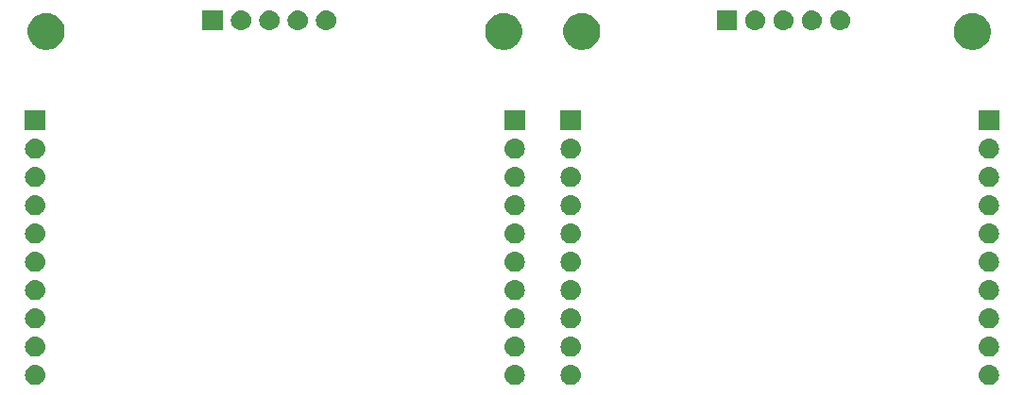
<source format=gbs>
G04 #@! TF.GenerationSoftware,KiCad,Pcbnew,(5.1.2)-1*
G04 #@! TF.CreationDate,2025-05-14T22:38:20+09:00*
G04 #@! TF.ProjectId,ShiftRegRemoteIO,53686966-7452-4656-9752-656d6f746549,v1.2*
G04 #@! TF.SameCoordinates,Original*
G04 #@! TF.FileFunction,Soldermask,Bot*
G04 #@! TF.FilePolarity,Negative*
%FSLAX46Y46*%
G04 Gerber Fmt 4.6, Leading zero omitted, Abs format (unit mm)*
G04 Created by KiCad (PCBNEW (5.1.2)-1) date 2025-05-14 22:38:20*
%MOMM*%
%LPD*%
G04 APERTURE LIST*
%ADD10C,0.100000*%
G04 APERTURE END LIST*
D10*
G36*
X143110442Y-124965518D02*
G01*
X143176627Y-124972037D01*
X143346466Y-125023557D01*
X143502991Y-125107222D01*
X143538729Y-125136552D01*
X143640186Y-125219814D01*
X143723448Y-125321271D01*
X143752778Y-125357009D01*
X143836443Y-125513534D01*
X143887963Y-125683373D01*
X143905359Y-125860000D01*
X143887963Y-126036627D01*
X143836443Y-126206466D01*
X143752778Y-126362991D01*
X143723448Y-126398729D01*
X143640186Y-126500186D01*
X143538729Y-126583448D01*
X143502991Y-126612778D01*
X143346466Y-126696443D01*
X143176627Y-126747963D01*
X143110443Y-126754481D01*
X143044260Y-126761000D01*
X142955740Y-126761000D01*
X142889557Y-126754481D01*
X142823373Y-126747963D01*
X142653534Y-126696443D01*
X142497009Y-126612778D01*
X142461271Y-126583448D01*
X142359814Y-126500186D01*
X142276552Y-126398729D01*
X142247222Y-126362991D01*
X142163557Y-126206466D01*
X142112037Y-126036627D01*
X142094641Y-125860000D01*
X142112037Y-125683373D01*
X142163557Y-125513534D01*
X142247222Y-125357009D01*
X142276552Y-125321271D01*
X142359814Y-125219814D01*
X142461271Y-125136552D01*
X142497009Y-125107222D01*
X142653534Y-125023557D01*
X142823373Y-124972037D01*
X142889558Y-124965518D01*
X142955740Y-124959000D01*
X143044260Y-124959000D01*
X143110442Y-124965518D01*
X143110442Y-124965518D01*
G37*
G36*
X100110442Y-124965518D02*
G01*
X100176627Y-124972037D01*
X100346466Y-125023557D01*
X100502991Y-125107222D01*
X100538729Y-125136552D01*
X100640186Y-125219814D01*
X100723448Y-125321271D01*
X100752778Y-125357009D01*
X100836443Y-125513534D01*
X100887963Y-125683373D01*
X100905359Y-125860000D01*
X100887963Y-126036627D01*
X100836443Y-126206466D01*
X100752778Y-126362991D01*
X100723448Y-126398729D01*
X100640186Y-126500186D01*
X100538729Y-126583448D01*
X100502991Y-126612778D01*
X100346466Y-126696443D01*
X100176627Y-126747963D01*
X100110443Y-126754481D01*
X100044260Y-126761000D01*
X99955740Y-126761000D01*
X99889557Y-126754481D01*
X99823373Y-126747963D01*
X99653534Y-126696443D01*
X99497009Y-126612778D01*
X99461271Y-126583448D01*
X99359814Y-126500186D01*
X99276552Y-126398729D01*
X99247222Y-126362991D01*
X99163557Y-126206466D01*
X99112037Y-126036627D01*
X99094641Y-125860000D01*
X99112037Y-125683373D01*
X99163557Y-125513534D01*
X99247222Y-125357009D01*
X99276552Y-125321271D01*
X99359814Y-125219814D01*
X99461271Y-125136552D01*
X99497009Y-125107222D01*
X99653534Y-125023557D01*
X99823373Y-124972037D01*
X99889558Y-124965518D01*
X99955740Y-124959000D01*
X100044260Y-124959000D01*
X100110442Y-124965518D01*
X100110442Y-124965518D01*
G37*
G36*
X185610442Y-124965518D02*
G01*
X185676627Y-124972037D01*
X185846466Y-125023557D01*
X186002991Y-125107222D01*
X186038729Y-125136552D01*
X186140186Y-125219814D01*
X186223448Y-125321271D01*
X186252778Y-125357009D01*
X186336443Y-125513534D01*
X186387963Y-125683373D01*
X186405359Y-125860000D01*
X186387963Y-126036627D01*
X186336443Y-126206466D01*
X186252778Y-126362991D01*
X186223448Y-126398729D01*
X186140186Y-126500186D01*
X186038729Y-126583448D01*
X186002991Y-126612778D01*
X185846466Y-126696443D01*
X185676627Y-126747963D01*
X185610443Y-126754481D01*
X185544260Y-126761000D01*
X185455740Y-126761000D01*
X185389557Y-126754481D01*
X185323373Y-126747963D01*
X185153534Y-126696443D01*
X184997009Y-126612778D01*
X184961271Y-126583448D01*
X184859814Y-126500186D01*
X184776552Y-126398729D01*
X184747222Y-126362991D01*
X184663557Y-126206466D01*
X184612037Y-126036627D01*
X184594641Y-125860000D01*
X184612037Y-125683373D01*
X184663557Y-125513534D01*
X184747222Y-125357009D01*
X184776552Y-125321271D01*
X184859814Y-125219814D01*
X184961271Y-125136552D01*
X184997009Y-125107222D01*
X185153534Y-125023557D01*
X185323373Y-124972037D01*
X185389558Y-124965518D01*
X185455740Y-124959000D01*
X185544260Y-124959000D01*
X185610442Y-124965518D01*
X185610442Y-124965518D01*
G37*
G36*
X148110442Y-124965518D02*
G01*
X148176627Y-124972037D01*
X148346466Y-125023557D01*
X148502991Y-125107222D01*
X148538729Y-125136552D01*
X148640186Y-125219814D01*
X148723448Y-125321271D01*
X148752778Y-125357009D01*
X148836443Y-125513534D01*
X148887963Y-125683373D01*
X148905359Y-125860000D01*
X148887963Y-126036627D01*
X148836443Y-126206466D01*
X148752778Y-126362991D01*
X148723448Y-126398729D01*
X148640186Y-126500186D01*
X148538729Y-126583448D01*
X148502991Y-126612778D01*
X148346466Y-126696443D01*
X148176627Y-126747963D01*
X148110443Y-126754481D01*
X148044260Y-126761000D01*
X147955740Y-126761000D01*
X147889557Y-126754481D01*
X147823373Y-126747963D01*
X147653534Y-126696443D01*
X147497009Y-126612778D01*
X147461271Y-126583448D01*
X147359814Y-126500186D01*
X147276552Y-126398729D01*
X147247222Y-126362991D01*
X147163557Y-126206466D01*
X147112037Y-126036627D01*
X147094641Y-125860000D01*
X147112037Y-125683373D01*
X147163557Y-125513534D01*
X147247222Y-125357009D01*
X147276552Y-125321271D01*
X147359814Y-125219814D01*
X147461271Y-125136552D01*
X147497009Y-125107222D01*
X147653534Y-125023557D01*
X147823373Y-124972037D01*
X147889558Y-124965518D01*
X147955740Y-124959000D01*
X148044260Y-124959000D01*
X148110442Y-124965518D01*
X148110442Y-124965518D01*
G37*
G36*
X185610442Y-122425518D02*
G01*
X185676627Y-122432037D01*
X185846466Y-122483557D01*
X186002991Y-122567222D01*
X186038729Y-122596552D01*
X186140186Y-122679814D01*
X186223448Y-122781271D01*
X186252778Y-122817009D01*
X186336443Y-122973534D01*
X186387963Y-123143373D01*
X186405359Y-123320000D01*
X186387963Y-123496627D01*
X186336443Y-123666466D01*
X186252778Y-123822991D01*
X186223448Y-123858729D01*
X186140186Y-123960186D01*
X186038729Y-124043448D01*
X186002991Y-124072778D01*
X185846466Y-124156443D01*
X185676627Y-124207963D01*
X185610442Y-124214482D01*
X185544260Y-124221000D01*
X185455740Y-124221000D01*
X185389558Y-124214482D01*
X185323373Y-124207963D01*
X185153534Y-124156443D01*
X184997009Y-124072778D01*
X184961271Y-124043448D01*
X184859814Y-123960186D01*
X184776552Y-123858729D01*
X184747222Y-123822991D01*
X184663557Y-123666466D01*
X184612037Y-123496627D01*
X184594641Y-123320000D01*
X184612037Y-123143373D01*
X184663557Y-122973534D01*
X184747222Y-122817009D01*
X184776552Y-122781271D01*
X184859814Y-122679814D01*
X184961271Y-122596552D01*
X184997009Y-122567222D01*
X185153534Y-122483557D01*
X185323373Y-122432037D01*
X185389558Y-122425518D01*
X185455740Y-122419000D01*
X185544260Y-122419000D01*
X185610442Y-122425518D01*
X185610442Y-122425518D01*
G37*
G36*
X100110442Y-122425518D02*
G01*
X100176627Y-122432037D01*
X100346466Y-122483557D01*
X100502991Y-122567222D01*
X100538729Y-122596552D01*
X100640186Y-122679814D01*
X100723448Y-122781271D01*
X100752778Y-122817009D01*
X100836443Y-122973534D01*
X100887963Y-123143373D01*
X100905359Y-123320000D01*
X100887963Y-123496627D01*
X100836443Y-123666466D01*
X100752778Y-123822991D01*
X100723448Y-123858729D01*
X100640186Y-123960186D01*
X100538729Y-124043448D01*
X100502991Y-124072778D01*
X100346466Y-124156443D01*
X100176627Y-124207963D01*
X100110442Y-124214482D01*
X100044260Y-124221000D01*
X99955740Y-124221000D01*
X99889558Y-124214482D01*
X99823373Y-124207963D01*
X99653534Y-124156443D01*
X99497009Y-124072778D01*
X99461271Y-124043448D01*
X99359814Y-123960186D01*
X99276552Y-123858729D01*
X99247222Y-123822991D01*
X99163557Y-123666466D01*
X99112037Y-123496627D01*
X99094641Y-123320000D01*
X99112037Y-123143373D01*
X99163557Y-122973534D01*
X99247222Y-122817009D01*
X99276552Y-122781271D01*
X99359814Y-122679814D01*
X99461271Y-122596552D01*
X99497009Y-122567222D01*
X99653534Y-122483557D01*
X99823373Y-122432037D01*
X99889558Y-122425518D01*
X99955740Y-122419000D01*
X100044260Y-122419000D01*
X100110442Y-122425518D01*
X100110442Y-122425518D01*
G37*
G36*
X143110442Y-122425518D02*
G01*
X143176627Y-122432037D01*
X143346466Y-122483557D01*
X143502991Y-122567222D01*
X143538729Y-122596552D01*
X143640186Y-122679814D01*
X143723448Y-122781271D01*
X143752778Y-122817009D01*
X143836443Y-122973534D01*
X143887963Y-123143373D01*
X143905359Y-123320000D01*
X143887963Y-123496627D01*
X143836443Y-123666466D01*
X143752778Y-123822991D01*
X143723448Y-123858729D01*
X143640186Y-123960186D01*
X143538729Y-124043448D01*
X143502991Y-124072778D01*
X143346466Y-124156443D01*
X143176627Y-124207963D01*
X143110442Y-124214482D01*
X143044260Y-124221000D01*
X142955740Y-124221000D01*
X142889558Y-124214482D01*
X142823373Y-124207963D01*
X142653534Y-124156443D01*
X142497009Y-124072778D01*
X142461271Y-124043448D01*
X142359814Y-123960186D01*
X142276552Y-123858729D01*
X142247222Y-123822991D01*
X142163557Y-123666466D01*
X142112037Y-123496627D01*
X142094641Y-123320000D01*
X142112037Y-123143373D01*
X142163557Y-122973534D01*
X142247222Y-122817009D01*
X142276552Y-122781271D01*
X142359814Y-122679814D01*
X142461271Y-122596552D01*
X142497009Y-122567222D01*
X142653534Y-122483557D01*
X142823373Y-122432037D01*
X142889558Y-122425518D01*
X142955740Y-122419000D01*
X143044260Y-122419000D01*
X143110442Y-122425518D01*
X143110442Y-122425518D01*
G37*
G36*
X148110442Y-122425518D02*
G01*
X148176627Y-122432037D01*
X148346466Y-122483557D01*
X148502991Y-122567222D01*
X148538729Y-122596552D01*
X148640186Y-122679814D01*
X148723448Y-122781271D01*
X148752778Y-122817009D01*
X148836443Y-122973534D01*
X148887963Y-123143373D01*
X148905359Y-123320000D01*
X148887963Y-123496627D01*
X148836443Y-123666466D01*
X148752778Y-123822991D01*
X148723448Y-123858729D01*
X148640186Y-123960186D01*
X148538729Y-124043448D01*
X148502991Y-124072778D01*
X148346466Y-124156443D01*
X148176627Y-124207963D01*
X148110442Y-124214482D01*
X148044260Y-124221000D01*
X147955740Y-124221000D01*
X147889558Y-124214482D01*
X147823373Y-124207963D01*
X147653534Y-124156443D01*
X147497009Y-124072778D01*
X147461271Y-124043448D01*
X147359814Y-123960186D01*
X147276552Y-123858729D01*
X147247222Y-123822991D01*
X147163557Y-123666466D01*
X147112037Y-123496627D01*
X147094641Y-123320000D01*
X147112037Y-123143373D01*
X147163557Y-122973534D01*
X147247222Y-122817009D01*
X147276552Y-122781271D01*
X147359814Y-122679814D01*
X147461271Y-122596552D01*
X147497009Y-122567222D01*
X147653534Y-122483557D01*
X147823373Y-122432037D01*
X147889558Y-122425518D01*
X147955740Y-122419000D01*
X148044260Y-122419000D01*
X148110442Y-122425518D01*
X148110442Y-122425518D01*
G37*
G36*
X100110443Y-119885519D02*
G01*
X100176627Y-119892037D01*
X100346466Y-119943557D01*
X100502991Y-120027222D01*
X100538729Y-120056552D01*
X100640186Y-120139814D01*
X100723448Y-120241271D01*
X100752778Y-120277009D01*
X100836443Y-120433534D01*
X100887963Y-120603373D01*
X100905359Y-120780000D01*
X100887963Y-120956627D01*
X100836443Y-121126466D01*
X100752778Y-121282991D01*
X100723448Y-121318729D01*
X100640186Y-121420186D01*
X100538729Y-121503448D01*
X100502991Y-121532778D01*
X100346466Y-121616443D01*
X100176627Y-121667963D01*
X100110442Y-121674482D01*
X100044260Y-121681000D01*
X99955740Y-121681000D01*
X99889558Y-121674482D01*
X99823373Y-121667963D01*
X99653534Y-121616443D01*
X99497009Y-121532778D01*
X99461271Y-121503448D01*
X99359814Y-121420186D01*
X99276552Y-121318729D01*
X99247222Y-121282991D01*
X99163557Y-121126466D01*
X99112037Y-120956627D01*
X99094641Y-120780000D01*
X99112037Y-120603373D01*
X99163557Y-120433534D01*
X99247222Y-120277009D01*
X99276552Y-120241271D01*
X99359814Y-120139814D01*
X99461271Y-120056552D01*
X99497009Y-120027222D01*
X99653534Y-119943557D01*
X99823373Y-119892037D01*
X99889557Y-119885519D01*
X99955740Y-119879000D01*
X100044260Y-119879000D01*
X100110443Y-119885519D01*
X100110443Y-119885519D01*
G37*
G36*
X143110443Y-119885519D02*
G01*
X143176627Y-119892037D01*
X143346466Y-119943557D01*
X143502991Y-120027222D01*
X143538729Y-120056552D01*
X143640186Y-120139814D01*
X143723448Y-120241271D01*
X143752778Y-120277009D01*
X143836443Y-120433534D01*
X143887963Y-120603373D01*
X143905359Y-120780000D01*
X143887963Y-120956627D01*
X143836443Y-121126466D01*
X143752778Y-121282991D01*
X143723448Y-121318729D01*
X143640186Y-121420186D01*
X143538729Y-121503448D01*
X143502991Y-121532778D01*
X143346466Y-121616443D01*
X143176627Y-121667963D01*
X143110442Y-121674482D01*
X143044260Y-121681000D01*
X142955740Y-121681000D01*
X142889558Y-121674482D01*
X142823373Y-121667963D01*
X142653534Y-121616443D01*
X142497009Y-121532778D01*
X142461271Y-121503448D01*
X142359814Y-121420186D01*
X142276552Y-121318729D01*
X142247222Y-121282991D01*
X142163557Y-121126466D01*
X142112037Y-120956627D01*
X142094641Y-120780000D01*
X142112037Y-120603373D01*
X142163557Y-120433534D01*
X142247222Y-120277009D01*
X142276552Y-120241271D01*
X142359814Y-120139814D01*
X142461271Y-120056552D01*
X142497009Y-120027222D01*
X142653534Y-119943557D01*
X142823373Y-119892037D01*
X142889557Y-119885519D01*
X142955740Y-119879000D01*
X143044260Y-119879000D01*
X143110443Y-119885519D01*
X143110443Y-119885519D01*
G37*
G36*
X185610443Y-119885519D02*
G01*
X185676627Y-119892037D01*
X185846466Y-119943557D01*
X186002991Y-120027222D01*
X186038729Y-120056552D01*
X186140186Y-120139814D01*
X186223448Y-120241271D01*
X186252778Y-120277009D01*
X186336443Y-120433534D01*
X186387963Y-120603373D01*
X186405359Y-120780000D01*
X186387963Y-120956627D01*
X186336443Y-121126466D01*
X186252778Y-121282991D01*
X186223448Y-121318729D01*
X186140186Y-121420186D01*
X186038729Y-121503448D01*
X186002991Y-121532778D01*
X185846466Y-121616443D01*
X185676627Y-121667963D01*
X185610442Y-121674482D01*
X185544260Y-121681000D01*
X185455740Y-121681000D01*
X185389558Y-121674482D01*
X185323373Y-121667963D01*
X185153534Y-121616443D01*
X184997009Y-121532778D01*
X184961271Y-121503448D01*
X184859814Y-121420186D01*
X184776552Y-121318729D01*
X184747222Y-121282991D01*
X184663557Y-121126466D01*
X184612037Y-120956627D01*
X184594641Y-120780000D01*
X184612037Y-120603373D01*
X184663557Y-120433534D01*
X184747222Y-120277009D01*
X184776552Y-120241271D01*
X184859814Y-120139814D01*
X184961271Y-120056552D01*
X184997009Y-120027222D01*
X185153534Y-119943557D01*
X185323373Y-119892037D01*
X185389557Y-119885519D01*
X185455740Y-119879000D01*
X185544260Y-119879000D01*
X185610443Y-119885519D01*
X185610443Y-119885519D01*
G37*
G36*
X148110443Y-119885519D02*
G01*
X148176627Y-119892037D01*
X148346466Y-119943557D01*
X148502991Y-120027222D01*
X148538729Y-120056552D01*
X148640186Y-120139814D01*
X148723448Y-120241271D01*
X148752778Y-120277009D01*
X148836443Y-120433534D01*
X148887963Y-120603373D01*
X148905359Y-120780000D01*
X148887963Y-120956627D01*
X148836443Y-121126466D01*
X148752778Y-121282991D01*
X148723448Y-121318729D01*
X148640186Y-121420186D01*
X148538729Y-121503448D01*
X148502991Y-121532778D01*
X148346466Y-121616443D01*
X148176627Y-121667963D01*
X148110442Y-121674482D01*
X148044260Y-121681000D01*
X147955740Y-121681000D01*
X147889558Y-121674482D01*
X147823373Y-121667963D01*
X147653534Y-121616443D01*
X147497009Y-121532778D01*
X147461271Y-121503448D01*
X147359814Y-121420186D01*
X147276552Y-121318729D01*
X147247222Y-121282991D01*
X147163557Y-121126466D01*
X147112037Y-120956627D01*
X147094641Y-120780000D01*
X147112037Y-120603373D01*
X147163557Y-120433534D01*
X147247222Y-120277009D01*
X147276552Y-120241271D01*
X147359814Y-120139814D01*
X147461271Y-120056552D01*
X147497009Y-120027222D01*
X147653534Y-119943557D01*
X147823373Y-119892037D01*
X147889557Y-119885519D01*
X147955740Y-119879000D01*
X148044260Y-119879000D01*
X148110443Y-119885519D01*
X148110443Y-119885519D01*
G37*
G36*
X100110443Y-117345519D02*
G01*
X100176627Y-117352037D01*
X100346466Y-117403557D01*
X100502991Y-117487222D01*
X100538729Y-117516552D01*
X100640186Y-117599814D01*
X100723448Y-117701271D01*
X100752778Y-117737009D01*
X100836443Y-117893534D01*
X100887963Y-118063373D01*
X100905359Y-118240000D01*
X100887963Y-118416627D01*
X100836443Y-118586466D01*
X100752778Y-118742991D01*
X100723448Y-118778729D01*
X100640186Y-118880186D01*
X100538729Y-118963448D01*
X100502991Y-118992778D01*
X100346466Y-119076443D01*
X100176627Y-119127963D01*
X100110443Y-119134481D01*
X100044260Y-119141000D01*
X99955740Y-119141000D01*
X99889557Y-119134481D01*
X99823373Y-119127963D01*
X99653534Y-119076443D01*
X99497009Y-118992778D01*
X99461271Y-118963448D01*
X99359814Y-118880186D01*
X99276552Y-118778729D01*
X99247222Y-118742991D01*
X99163557Y-118586466D01*
X99112037Y-118416627D01*
X99094641Y-118240000D01*
X99112037Y-118063373D01*
X99163557Y-117893534D01*
X99247222Y-117737009D01*
X99276552Y-117701271D01*
X99359814Y-117599814D01*
X99461271Y-117516552D01*
X99497009Y-117487222D01*
X99653534Y-117403557D01*
X99823373Y-117352037D01*
X99889557Y-117345519D01*
X99955740Y-117339000D01*
X100044260Y-117339000D01*
X100110443Y-117345519D01*
X100110443Y-117345519D01*
G37*
G36*
X185610443Y-117345519D02*
G01*
X185676627Y-117352037D01*
X185846466Y-117403557D01*
X186002991Y-117487222D01*
X186038729Y-117516552D01*
X186140186Y-117599814D01*
X186223448Y-117701271D01*
X186252778Y-117737009D01*
X186336443Y-117893534D01*
X186387963Y-118063373D01*
X186405359Y-118240000D01*
X186387963Y-118416627D01*
X186336443Y-118586466D01*
X186252778Y-118742991D01*
X186223448Y-118778729D01*
X186140186Y-118880186D01*
X186038729Y-118963448D01*
X186002991Y-118992778D01*
X185846466Y-119076443D01*
X185676627Y-119127963D01*
X185610443Y-119134481D01*
X185544260Y-119141000D01*
X185455740Y-119141000D01*
X185389557Y-119134481D01*
X185323373Y-119127963D01*
X185153534Y-119076443D01*
X184997009Y-118992778D01*
X184961271Y-118963448D01*
X184859814Y-118880186D01*
X184776552Y-118778729D01*
X184747222Y-118742991D01*
X184663557Y-118586466D01*
X184612037Y-118416627D01*
X184594641Y-118240000D01*
X184612037Y-118063373D01*
X184663557Y-117893534D01*
X184747222Y-117737009D01*
X184776552Y-117701271D01*
X184859814Y-117599814D01*
X184961271Y-117516552D01*
X184997009Y-117487222D01*
X185153534Y-117403557D01*
X185323373Y-117352037D01*
X185389557Y-117345519D01*
X185455740Y-117339000D01*
X185544260Y-117339000D01*
X185610443Y-117345519D01*
X185610443Y-117345519D01*
G37*
G36*
X143110443Y-117345519D02*
G01*
X143176627Y-117352037D01*
X143346466Y-117403557D01*
X143502991Y-117487222D01*
X143538729Y-117516552D01*
X143640186Y-117599814D01*
X143723448Y-117701271D01*
X143752778Y-117737009D01*
X143836443Y-117893534D01*
X143887963Y-118063373D01*
X143905359Y-118240000D01*
X143887963Y-118416627D01*
X143836443Y-118586466D01*
X143752778Y-118742991D01*
X143723448Y-118778729D01*
X143640186Y-118880186D01*
X143538729Y-118963448D01*
X143502991Y-118992778D01*
X143346466Y-119076443D01*
X143176627Y-119127963D01*
X143110443Y-119134481D01*
X143044260Y-119141000D01*
X142955740Y-119141000D01*
X142889557Y-119134481D01*
X142823373Y-119127963D01*
X142653534Y-119076443D01*
X142497009Y-118992778D01*
X142461271Y-118963448D01*
X142359814Y-118880186D01*
X142276552Y-118778729D01*
X142247222Y-118742991D01*
X142163557Y-118586466D01*
X142112037Y-118416627D01*
X142094641Y-118240000D01*
X142112037Y-118063373D01*
X142163557Y-117893534D01*
X142247222Y-117737009D01*
X142276552Y-117701271D01*
X142359814Y-117599814D01*
X142461271Y-117516552D01*
X142497009Y-117487222D01*
X142653534Y-117403557D01*
X142823373Y-117352037D01*
X142889557Y-117345519D01*
X142955740Y-117339000D01*
X143044260Y-117339000D01*
X143110443Y-117345519D01*
X143110443Y-117345519D01*
G37*
G36*
X148110443Y-117345519D02*
G01*
X148176627Y-117352037D01*
X148346466Y-117403557D01*
X148502991Y-117487222D01*
X148538729Y-117516552D01*
X148640186Y-117599814D01*
X148723448Y-117701271D01*
X148752778Y-117737009D01*
X148836443Y-117893534D01*
X148887963Y-118063373D01*
X148905359Y-118240000D01*
X148887963Y-118416627D01*
X148836443Y-118586466D01*
X148752778Y-118742991D01*
X148723448Y-118778729D01*
X148640186Y-118880186D01*
X148538729Y-118963448D01*
X148502991Y-118992778D01*
X148346466Y-119076443D01*
X148176627Y-119127963D01*
X148110443Y-119134481D01*
X148044260Y-119141000D01*
X147955740Y-119141000D01*
X147889557Y-119134481D01*
X147823373Y-119127963D01*
X147653534Y-119076443D01*
X147497009Y-118992778D01*
X147461271Y-118963448D01*
X147359814Y-118880186D01*
X147276552Y-118778729D01*
X147247222Y-118742991D01*
X147163557Y-118586466D01*
X147112037Y-118416627D01*
X147094641Y-118240000D01*
X147112037Y-118063373D01*
X147163557Y-117893534D01*
X147247222Y-117737009D01*
X147276552Y-117701271D01*
X147359814Y-117599814D01*
X147461271Y-117516552D01*
X147497009Y-117487222D01*
X147653534Y-117403557D01*
X147823373Y-117352037D01*
X147889557Y-117345519D01*
X147955740Y-117339000D01*
X148044260Y-117339000D01*
X148110443Y-117345519D01*
X148110443Y-117345519D01*
G37*
G36*
X143110442Y-114805518D02*
G01*
X143176627Y-114812037D01*
X143346466Y-114863557D01*
X143502991Y-114947222D01*
X143538729Y-114976552D01*
X143640186Y-115059814D01*
X143723448Y-115161271D01*
X143752778Y-115197009D01*
X143836443Y-115353534D01*
X143887963Y-115523373D01*
X143905359Y-115700000D01*
X143887963Y-115876627D01*
X143836443Y-116046466D01*
X143752778Y-116202991D01*
X143723448Y-116238729D01*
X143640186Y-116340186D01*
X143538729Y-116423448D01*
X143502991Y-116452778D01*
X143346466Y-116536443D01*
X143176627Y-116587963D01*
X143110443Y-116594481D01*
X143044260Y-116601000D01*
X142955740Y-116601000D01*
X142889557Y-116594481D01*
X142823373Y-116587963D01*
X142653534Y-116536443D01*
X142497009Y-116452778D01*
X142461271Y-116423448D01*
X142359814Y-116340186D01*
X142276552Y-116238729D01*
X142247222Y-116202991D01*
X142163557Y-116046466D01*
X142112037Y-115876627D01*
X142094641Y-115700000D01*
X142112037Y-115523373D01*
X142163557Y-115353534D01*
X142247222Y-115197009D01*
X142276552Y-115161271D01*
X142359814Y-115059814D01*
X142461271Y-114976552D01*
X142497009Y-114947222D01*
X142653534Y-114863557D01*
X142823373Y-114812037D01*
X142889558Y-114805518D01*
X142955740Y-114799000D01*
X143044260Y-114799000D01*
X143110442Y-114805518D01*
X143110442Y-114805518D01*
G37*
G36*
X148110442Y-114805518D02*
G01*
X148176627Y-114812037D01*
X148346466Y-114863557D01*
X148502991Y-114947222D01*
X148538729Y-114976552D01*
X148640186Y-115059814D01*
X148723448Y-115161271D01*
X148752778Y-115197009D01*
X148836443Y-115353534D01*
X148887963Y-115523373D01*
X148905359Y-115700000D01*
X148887963Y-115876627D01*
X148836443Y-116046466D01*
X148752778Y-116202991D01*
X148723448Y-116238729D01*
X148640186Y-116340186D01*
X148538729Y-116423448D01*
X148502991Y-116452778D01*
X148346466Y-116536443D01*
X148176627Y-116587963D01*
X148110443Y-116594481D01*
X148044260Y-116601000D01*
X147955740Y-116601000D01*
X147889557Y-116594481D01*
X147823373Y-116587963D01*
X147653534Y-116536443D01*
X147497009Y-116452778D01*
X147461271Y-116423448D01*
X147359814Y-116340186D01*
X147276552Y-116238729D01*
X147247222Y-116202991D01*
X147163557Y-116046466D01*
X147112037Y-115876627D01*
X147094641Y-115700000D01*
X147112037Y-115523373D01*
X147163557Y-115353534D01*
X147247222Y-115197009D01*
X147276552Y-115161271D01*
X147359814Y-115059814D01*
X147461271Y-114976552D01*
X147497009Y-114947222D01*
X147653534Y-114863557D01*
X147823373Y-114812037D01*
X147889558Y-114805518D01*
X147955740Y-114799000D01*
X148044260Y-114799000D01*
X148110442Y-114805518D01*
X148110442Y-114805518D01*
G37*
G36*
X185610442Y-114805518D02*
G01*
X185676627Y-114812037D01*
X185846466Y-114863557D01*
X186002991Y-114947222D01*
X186038729Y-114976552D01*
X186140186Y-115059814D01*
X186223448Y-115161271D01*
X186252778Y-115197009D01*
X186336443Y-115353534D01*
X186387963Y-115523373D01*
X186405359Y-115700000D01*
X186387963Y-115876627D01*
X186336443Y-116046466D01*
X186252778Y-116202991D01*
X186223448Y-116238729D01*
X186140186Y-116340186D01*
X186038729Y-116423448D01*
X186002991Y-116452778D01*
X185846466Y-116536443D01*
X185676627Y-116587963D01*
X185610443Y-116594481D01*
X185544260Y-116601000D01*
X185455740Y-116601000D01*
X185389557Y-116594481D01*
X185323373Y-116587963D01*
X185153534Y-116536443D01*
X184997009Y-116452778D01*
X184961271Y-116423448D01*
X184859814Y-116340186D01*
X184776552Y-116238729D01*
X184747222Y-116202991D01*
X184663557Y-116046466D01*
X184612037Y-115876627D01*
X184594641Y-115700000D01*
X184612037Y-115523373D01*
X184663557Y-115353534D01*
X184747222Y-115197009D01*
X184776552Y-115161271D01*
X184859814Y-115059814D01*
X184961271Y-114976552D01*
X184997009Y-114947222D01*
X185153534Y-114863557D01*
X185323373Y-114812037D01*
X185389558Y-114805518D01*
X185455740Y-114799000D01*
X185544260Y-114799000D01*
X185610442Y-114805518D01*
X185610442Y-114805518D01*
G37*
G36*
X100110442Y-114805518D02*
G01*
X100176627Y-114812037D01*
X100346466Y-114863557D01*
X100502991Y-114947222D01*
X100538729Y-114976552D01*
X100640186Y-115059814D01*
X100723448Y-115161271D01*
X100752778Y-115197009D01*
X100836443Y-115353534D01*
X100887963Y-115523373D01*
X100905359Y-115700000D01*
X100887963Y-115876627D01*
X100836443Y-116046466D01*
X100752778Y-116202991D01*
X100723448Y-116238729D01*
X100640186Y-116340186D01*
X100538729Y-116423448D01*
X100502991Y-116452778D01*
X100346466Y-116536443D01*
X100176627Y-116587963D01*
X100110443Y-116594481D01*
X100044260Y-116601000D01*
X99955740Y-116601000D01*
X99889557Y-116594481D01*
X99823373Y-116587963D01*
X99653534Y-116536443D01*
X99497009Y-116452778D01*
X99461271Y-116423448D01*
X99359814Y-116340186D01*
X99276552Y-116238729D01*
X99247222Y-116202991D01*
X99163557Y-116046466D01*
X99112037Y-115876627D01*
X99094641Y-115700000D01*
X99112037Y-115523373D01*
X99163557Y-115353534D01*
X99247222Y-115197009D01*
X99276552Y-115161271D01*
X99359814Y-115059814D01*
X99461271Y-114976552D01*
X99497009Y-114947222D01*
X99653534Y-114863557D01*
X99823373Y-114812037D01*
X99889558Y-114805518D01*
X99955740Y-114799000D01*
X100044260Y-114799000D01*
X100110442Y-114805518D01*
X100110442Y-114805518D01*
G37*
G36*
X143110443Y-112265519D02*
G01*
X143176627Y-112272037D01*
X143346466Y-112323557D01*
X143502991Y-112407222D01*
X143538729Y-112436552D01*
X143640186Y-112519814D01*
X143723448Y-112621271D01*
X143752778Y-112657009D01*
X143836443Y-112813534D01*
X143887963Y-112983373D01*
X143905359Y-113160000D01*
X143887963Y-113336627D01*
X143836443Y-113506466D01*
X143752778Y-113662991D01*
X143723448Y-113698729D01*
X143640186Y-113800186D01*
X143538729Y-113883448D01*
X143502991Y-113912778D01*
X143346466Y-113996443D01*
X143176627Y-114047963D01*
X143110443Y-114054481D01*
X143044260Y-114061000D01*
X142955740Y-114061000D01*
X142889557Y-114054481D01*
X142823373Y-114047963D01*
X142653534Y-113996443D01*
X142497009Y-113912778D01*
X142461271Y-113883448D01*
X142359814Y-113800186D01*
X142276552Y-113698729D01*
X142247222Y-113662991D01*
X142163557Y-113506466D01*
X142112037Y-113336627D01*
X142094641Y-113160000D01*
X142112037Y-112983373D01*
X142163557Y-112813534D01*
X142247222Y-112657009D01*
X142276552Y-112621271D01*
X142359814Y-112519814D01*
X142461271Y-112436552D01*
X142497009Y-112407222D01*
X142653534Y-112323557D01*
X142823373Y-112272037D01*
X142889557Y-112265519D01*
X142955740Y-112259000D01*
X143044260Y-112259000D01*
X143110443Y-112265519D01*
X143110443Y-112265519D01*
G37*
G36*
X185610443Y-112265519D02*
G01*
X185676627Y-112272037D01*
X185846466Y-112323557D01*
X186002991Y-112407222D01*
X186038729Y-112436552D01*
X186140186Y-112519814D01*
X186223448Y-112621271D01*
X186252778Y-112657009D01*
X186336443Y-112813534D01*
X186387963Y-112983373D01*
X186405359Y-113160000D01*
X186387963Y-113336627D01*
X186336443Y-113506466D01*
X186252778Y-113662991D01*
X186223448Y-113698729D01*
X186140186Y-113800186D01*
X186038729Y-113883448D01*
X186002991Y-113912778D01*
X185846466Y-113996443D01*
X185676627Y-114047963D01*
X185610443Y-114054481D01*
X185544260Y-114061000D01*
X185455740Y-114061000D01*
X185389557Y-114054481D01*
X185323373Y-114047963D01*
X185153534Y-113996443D01*
X184997009Y-113912778D01*
X184961271Y-113883448D01*
X184859814Y-113800186D01*
X184776552Y-113698729D01*
X184747222Y-113662991D01*
X184663557Y-113506466D01*
X184612037Y-113336627D01*
X184594641Y-113160000D01*
X184612037Y-112983373D01*
X184663557Y-112813534D01*
X184747222Y-112657009D01*
X184776552Y-112621271D01*
X184859814Y-112519814D01*
X184961271Y-112436552D01*
X184997009Y-112407222D01*
X185153534Y-112323557D01*
X185323373Y-112272037D01*
X185389557Y-112265519D01*
X185455740Y-112259000D01*
X185544260Y-112259000D01*
X185610443Y-112265519D01*
X185610443Y-112265519D01*
G37*
G36*
X148110443Y-112265519D02*
G01*
X148176627Y-112272037D01*
X148346466Y-112323557D01*
X148502991Y-112407222D01*
X148538729Y-112436552D01*
X148640186Y-112519814D01*
X148723448Y-112621271D01*
X148752778Y-112657009D01*
X148836443Y-112813534D01*
X148887963Y-112983373D01*
X148905359Y-113160000D01*
X148887963Y-113336627D01*
X148836443Y-113506466D01*
X148752778Y-113662991D01*
X148723448Y-113698729D01*
X148640186Y-113800186D01*
X148538729Y-113883448D01*
X148502991Y-113912778D01*
X148346466Y-113996443D01*
X148176627Y-114047963D01*
X148110443Y-114054481D01*
X148044260Y-114061000D01*
X147955740Y-114061000D01*
X147889557Y-114054481D01*
X147823373Y-114047963D01*
X147653534Y-113996443D01*
X147497009Y-113912778D01*
X147461271Y-113883448D01*
X147359814Y-113800186D01*
X147276552Y-113698729D01*
X147247222Y-113662991D01*
X147163557Y-113506466D01*
X147112037Y-113336627D01*
X147094641Y-113160000D01*
X147112037Y-112983373D01*
X147163557Y-112813534D01*
X147247222Y-112657009D01*
X147276552Y-112621271D01*
X147359814Y-112519814D01*
X147461271Y-112436552D01*
X147497009Y-112407222D01*
X147653534Y-112323557D01*
X147823373Y-112272037D01*
X147889557Y-112265519D01*
X147955740Y-112259000D01*
X148044260Y-112259000D01*
X148110443Y-112265519D01*
X148110443Y-112265519D01*
G37*
G36*
X100110443Y-112265519D02*
G01*
X100176627Y-112272037D01*
X100346466Y-112323557D01*
X100502991Y-112407222D01*
X100538729Y-112436552D01*
X100640186Y-112519814D01*
X100723448Y-112621271D01*
X100752778Y-112657009D01*
X100836443Y-112813534D01*
X100887963Y-112983373D01*
X100905359Y-113160000D01*
X100887963Y-113336627D01*
X100836443Y-113506466D01*
X100752778Y-113662991D01*
X100723448Y-113698729D01*
X100640186Y-113800186D01*
X100538729Y-113883448D01*
X100502991Y-113912778D01*
X100346466Y-113996443D01*
X100176627Y-114047963D01*
X100110443Y-114054481D01*
X100044260Y-114061000D01*
X99955740Y-114061000D01*
X99889557Y-114054481D01*
X99823373Y-114047963D01*
X99653534Y-113996443D01*
X99497009Y-113912778D01*
X99461271Y-113883448D01*
X99359814Y-113800186D01*
X99276552Y-113698729D01*
X99247222Y-113662991D01*
X99163557Y-113506466D01*
X99112037Y-113336627D01*
X99094641Y-113160000D01*
X99112037Y-112983373D01*
X99163557Y-112813534D01*
X99247222Y-112657009D01*
X99276552Y-112621271D01*
X99359814Y-112519814D01*
X99461271Y-112436552D01*
X99497009Y-112407222D01*
X99653534Y-112323557D01*
X99823373Y-112272037D01*
X99889557Y-112265519D01*
X99955740Y-112259000D01*
X100044260Y-112259000D01*
X100110443Y-112265519D01*
X100110443Y-112265519D01*
G37*
G36*
X185610442Y-109725518D02*
G01*
X185676627Y-109732037D01*
X185846466Y-109783557D01*
X186002991Y-109867222D01*
X186038729Y-109896552D01*
X186140186Y-109979814D01*
X186223448Y-110081271D01*
X186252778Y-110117009D01*
X186336443Y-110273534D01*
X186387963Y-110443373D01*
X186405359Y-110620000D01*
X186387963Y-110796627D01*
X186336443Y-110966466D01*
X186252778Y-111122991D01*
X186223448Y-111158729D01*
X186140186Y-111260186D01*
X186038729Y-111343448D01*
X186002991Y-111372778D01*
X185846466Y-111456443D01*
X185676627Y-111507963D01*
X185610443Y-111514481D01*
X185544260Y-111521000D01*
X185455740Y-111521000D01*
X185389557Y-111514481D01*
X185323373Y-111507963D01*
X185153534Y-111456443D01*
X184997009Y-111372778D01*
X184961271Y-111343448D01*
X184859814Y-111260186D01*
X184776552Y-111158729D01*
X184747222Y-111122991D01*
X184663557Y-110966466D01*
X184612037Y-110796627D01*
X184594641Y-110620000D01*
X184612037Y-110443373D01*
X184663557Y-110273534D01*
X184747222Y-110117009D01*
X184776552Y-110081271D01*
X184859814Y-109979814D01*
X184961271Y-109896552D01*
X184997009Y-109867222D01*
X185153534Y-109783557D01*
X185323373Y-109732037D01*
X185389558Y-109725518D01*
X185455740Y-109719000D01*
X185544260Y-109719000D01*
X185610442Y-109725518D01*
X185610442Y-109725518D01*
G37*
G36*
X143110442Y-109725518D02*
G01*
X143176627Y-109732037D01*
X143346466Y-109783557D01*
X143502991Y-109867222D01*
X143538729Y-109896552D01*
X143640186Y-109979814D01*
X143723448Y-110081271D01*
X143752778Y-110117009D01*
X143836443Y-110273534D01*
X143887963Y-110443373D01*
X143905359Y-110620000D01*
X143887963Y-110796627D01*
X143836443Y-110966466D01*
X143752778Y-111122991D01*
X143723448Y-111158729D01*
X143640186Y-111260186D01*
X143538729Y-111343448D01*
X143502991Y-111372778D01*
X143346466Y-111456443D01*
X143176627Y-111507963D01*
X143110443Y-111514481D01*
X143044260Y-111521000D01*
X142955740Y-111521000D01*
X142889557Y-111514481D01*
X142823373Y-111507963D01*
X142653534Y-111456443D01*
X142497009Y-111372778D01*
X142461271Y-111343448D01*
X142359814Y-111260186D01*
X142276552Y-111158729D01*
X142247222Y-111122991D01*
X142163557Y-110966466D01*
X142112037Y-110796627D01*
X142094641Y-110620000D01*
X142112037Y-110443373D01*
X142163557Y-110273534D01*
X142247222Y-110117009D01*
X142276552Y-110081271D01*
X142359814Y-109979814D01*
X142461271Y-109896552D01*
X142497009Y-109867222D01*
X142653534Y-109783557D01*
X142823373Y-109732037D01*
X142889558Y-109725518D01*
X142955740Y-109719000D01*
X143044260Y-109719000D01*
X143110442Y-109725518D01*
X143110442Y-109725518D01*
G37*
G36*
X100110442Y-109725518D02*
G01*
X100176627Y-109732037D01*
X100346466Y-109783557D01*
X100502991Y-109867222D01*
X100538729Y-109896552D01*
X100640186Y-109979814D01*
X100723448Y-110081271D01*
X100752778Y-110117009D01*
X100836443Y-110273534D01*
X100887963Y-110443373D01*
X100905359Y-110620000D01*
X100887963Y-110796627D01*
X100836443Y-110966466D01*
X100752778Y-111122991D01*
X100723448Y-111158729D01*
X100640186Y-111260186D01*
X100538729Y-111343448D01*
X100502991Y-111372778D01*
X100346466Y-111456443D01*
X100176627Y-111507963D01*
X100110443Y-111514481D01*
X100044260Y-111521000D01*
X99955740Y-111521000D01*
X99889557Y-111514481D01*
X99823373Y-111507963D01*
X99653534Y-111456443D01*
X99497009Y-111372778D01*
X99461271Y-111343448D01*
X99359814Y-111260186D01*
X99276552Y-111158729D01*
X99247222Y-111122991D01*
X99163557Y-110966466D01*
X99112037Y-110796627D01*
X99094641Y-110620000D01*
X99112037Y-110443373D01*
X99163557Y-110273534D01*
X99247222Y-110117009D01*
X99276552Y-110081271D01*
X99359814Y-109979814D01*
X99461271Y-109896552D01*
X99497009Y-109867222D01*
X99653534Y-109783557D01*
X99823373Y-109732037D01*
X99889558Y-109725518D01*
X99955740Y-109719000D01*
X100044260Y-109719000D01*
X100110442Y-109725518D01*
X100110442Y-109725518D01*
G37*
G36*
X148110442Y-109725518D02*
G01*
X148176627Y-109732037D01*
X148346466Y-109783557D01*
X148502991Y-109867222D01*
X148538729Y-109896552D01*
X148640186Y-109979814D01*
X148723448Y-110081271D01*
X148752778Y-110117009D01*
X148836443Y-110273534D01*
X148887963Y-110443373D01*
X148905359Y-110620000D01*
X148887963Y-110796627D01*
X148836443Y-110966466D01*
X148752778Y-111122991D01*
X148723448Y-111158729D01*
X148640186Y-111260186D01*
X148538729Y-111343448D01*
X148502991Y-111372778D01*
X148346466Y-111456443D01*
X148176627Y-111507963D01*
X148110443Y-111514481D01*
X148044260Y-111521000D01*
X147955740Y-111521000D01*
X147889557Y-111514481D01*
X147823373Y-111507963D01*
X147653534Y-111456443D01*
X147497009Y-111372778D01*
X147461271Y-111343448D01*
X147359814Y-111260186D01*
X147276552Y-111158729D01*
X147247222Y-111122991D01*
X147163557Y-110966466D01*
X147112037Y-110796627D01*
X147094641Y-110620000D01*
X147112037Y-110443373D01*
X147163557Y-110273534D01*
X147247222Y-110117009D01*
X147276552Y-110081271D01*
X147359814Y-109979814D01*
X147461271Y-109896552D01*
X147497009Y-109867222D01*
X147653534Y-109783557D01*
X147823373Y-109732037D01*
X147889558Y-109725518D01*
X147955740Y-109719000D01*
X148044260Y-109719000D01*
X148110442Y-109725518D01*
X148110442Y-109725518D01*
G37*
G36*
X148110442Y-107185518D02*
G01*
X148176627Y-107192037D01*
X148346466Y-107243557D01*
X148502991Y-107327222D01*
X148538729Y-107356552D01*
X148640186Y-107439814D01*
X148723448Y-107541271D01*
X148752778Y-107577009D01*
X148836443Y-107733534D01*
X148887963Y-107903373D01*
X148905359Y-108080000D01*
X148887963Y-108256627D01*
X148836443Y-108426466D01*
X148752778Y-108582991D01*
X148723448Y-108618729D01*
X148640186Y-108720186D01*
X148538729Y-108803448D01*
X148502991Y-108832778D01*
X148346466Y-108916443D01*
X148176627Y-108967963D01*
X148110442Y-108974482D01*
X148044260Y-108981000D01*
X147955740Y-108981000D01*
X147889558Y-108974482D01*
X147823373Y-108967963D01*
X147653534Y-108916443D01*
X147497009Y-108832778D01*
X147461271Y-108803448D01*
X147359814Y-108720186D01*
X147276552Y-108618729D01*
X147247222Y-108582991D01*
X147163557Y-108426466D01*
X147112037Y-108256627D01*
X147094641Y-108080000D01*
X147112037Y-107903373D01*
X147163557Y-107733534D01*
X147247222Y-107577009D01*
X147276552Y-107541271D01*
X147359814Y-107439814D01*
X147461271Y-107356552D01*
X147497009Y-107327222D01*
X147653534Y-107243557D01*
X147823373Y-107192037D01*
X147889558Y-107185518D01*
X147955740Y-107179000D01*
X148044260Y-107179000D01*
X148110442Y-107185518D01*
X148110442Y-107185518D01*
G37*
G36*
X143110442Y-107185518D02*
G01*
X143176627Y-107192037D01*
X143346466Y-107243557D01*
X143502991Y-107327222D01*
X143538729Y-107356552D01*
X143640186Y-107439814D01*
X143723448Y-107541271D01*
X143752778Y-107577009D01*
X143836443Y-107733534D01*
X143887963Y-107903373D01*
X143905359Y-108080000D01*
X143887963Y-108256627D01*
X143836443Y-108426466D01*
X143752778Y-108582991D01*
X143723448Y-108618729D01*
X143640186Y-108720186D01*
X143538729Y-108803448D01*
X143502991Y-108832778D01*
X143346466Y-108916443D01*
X143176627Y-108967963D01*
X143110442Y-108974482D01*
X143044260Y-108981000D01*
X142955740Y-108981000D01*
X142889558Y-108974482D01*
X142823373Y-108967963D01*
X142653534Y-108916443D01*
X142497009Y-108832778D01*
X142461271Y-108803448D01*
X142359814Y-108720186D01*
X142276552Y-108618729D01*
X142247222Y-108582991D01*
X142163557Y-108426466D01*
X142112037Y-108256627D01*
X142094641Y-108080000D01*
X142112037Y-107903373D01*
X142163557Y-107733534D01*
X142247222Y-107577009D01*
X142276552Y-107541271D01*
X142359814Y-107439814D01*
X142461271Y-107356552D01*
X142497009Y-107327222D01*
X142653534Y-107243557D01*
X142823373Y-107192037D01*
X142889558Y-107185518D01*
X142955740Y-107179000D01*
X143044260Y-107179000D01*
X143110442Y-107185518D01*
X143110442Y-107185518D01*
G37*
G36*
X185610442Y-107185518D02*
G01*
X185676627Y-107192037D01*
X185846466Y-107243557D01*
X186002991Y-107327222D01*
X186038729Y-107356552D01*
X186140186Y-107439814D01*
X186223448Y-107541271D01*
X186252778Y-107577009D01*
X186336443Y-107733534D01*
X186387963Y-107903373D01*
X186405359Y-108080000D01*
X186387963Y-108256627D01*
X186336443Y-108426466D01*
X186252778Y-108582991D01*
X186223448Y-108618729D01*
X186140186Y-108720186D01*
X186038729Y-108803448D01*
X186002991Y-108832778D01*
X185846466Y-108916443D01*
X185676627Y-108967963D01*
X185610442Y-108974482D01*
X185544260Y-108981000D01*
X185455740Y-108981000D01*
X185389558Y-108974482D01*
X185323373Y-108967963D01*
X185153534Y-108916443D01*
X184997009Y-108832778D01*
X184961271Y-108803448D01*
X184859814Y-108720186D01*
X184776552Y-108618729D01*
X184747222Y-108582991D01*
X184663557Y-108426466D01*
X184612037Y-108256627D01*
X184594641Y-108080000D01*
X184612037Y-107903373D01*
X184663557Y-107733534D01*
X184747222Y-107577009D01*
X184776552Y-107541271D01*
X184859814Y-107439814D01*
X184961271Y-107356552D01*
X184997009Y-107327222D01*
X185153534Y-107243557D01*
X185323373Y-107192037D01*
X185389558Y-107185518D01*
X185455740Y-107179000D01*
X185544260Y-107179000D01*
X185610442Y-107185518D01*
X185610442Y-107185518D01*
G37*
G36*
X100110442Y-107185518D02*
G01*
X100176627Y-107192037D01*
X100346466Y-107243557D01*
X100502991Y-107327222D01*
X100538729Y-107356552D01*
X100640186Y-107439814D01*
X100723448Y-107541271D01*
X100752778Y-107577009D01*
X100836443Y-107733534D01*
X100887963Y-107903373D01*
X100905359Y-108080000D01*
X100887963Y-108256627D01*
X100836443Y-108426466D01*
X100752778Y-108582991D01*
X100723448Y-108618729D01*
X100640186Y-108720186D01*
X100538729Y-108803448D01*
X100502991Y-108832778D01*
X100346466Y-108916443D01*
X100176627Y-108967963D01*
X100110442Y-108974482D01*
X100044260Y-108981000D01*
X99955740Y-108981000D01*
X99889558Y-108974482D01*
X99823373Y-108967963D01*
X99653534Y-108916443D01*
X99497009Y-108832778D01*
X99461271Y-108803448D01*
X99359814Y-108720186D01*
X99276552Y-108618729D01*
X99247222Y-108582991D01*
X99163557Y-108426466D01*
X99112037Y-108256627D01*
X99094641Y-108080000D01*
X99112037Y-107903373D01*
X99163557Y-107733534D01*
X99247222Y-107577009D01*
X99276552Y-107541271D01*
X99359814Y-107439814D01*
X99461271Y-107356552D01*
X99497009Y-107327222D01*
X99653534Y-107243557D01*
X99823373Y-107192037D01*
X99889558Y-107185518D01*
X99955740Y-107179000D01*
X100044260Y-107179000D01*
X100110442Y-107185518D01*
X100110442Y-107185518D01*
G37*
G36*
X143110442Y-104645518D02*
G01*
X143176627Y-104652037D01*
X143346466Y-104703557D01*
X143502991Y-104787222D01*
X143538729Y-104816552D01*
X143640186Y-104899814D01*
X143723448Y-105001271D01*
X143752778Y-105037009D01*
X143836443Y-105193534D01*
X143887963Y-105363373D01*
X143905359Y-105540000D01*
X143887963Y-105716627D01*
X143836443Y-105886466D01*
X143752778Y-106042991D01*
X143723448Y-106078729D01*
X143640186Y-106180186D01*
X143538729Y-106263448D01*
X143502991Y-106292778D01*
X143346466Y-106376443D01*
X143176627Y-106427963D01*
X143110443Y-106434481D01*
X143044260Y-106441000D01*
X142955740Y-106441000D01*
X142889557Y-106434481D01*
X142823373Y-106427963D01*
X142653534Y-106376443D01*
X142497009Y-106292778D01*
X142461271Y-106263448D01*
X142359814Y-106180186D01*
X142276552Y-106078729D01*
X142247222Y-106042991D01*
X142163557Y-105886466D01*
X142112037Y-105716627D01*
X142094641Y-105540000D01*
X142112037Y-105363373D01*
X142163557Y-105193534D01*
X142247222Y-105037009D01*
X142276552Y-105001271D01*
X142359814Y-104899814D01*
X142461271Y-104816552D01*
X142497009Y-104787222D01*
X142653534Y-104703557D01*
X142823373Y-104652037D01*
X142889557Y-104645519D01*
X142955740Y-104639000D01*
X143044260Y-104639000D01*
X143110442Y-104645518D01*
X143110442Y-104645518D01*
G37*
G36*
X185610442Y-104645518D02*
G01*
X185676627Y-104652037D01*
X185846466Y-104703557D01*
X186002991Y-104787222D01*
X186038729Y-104816552D01*
X186140186Y-104899814D01*
X186223448Y-105001271D01*
X186252778Y-105037009D01*
X186336443Y-105193534D01*
X186387963Y-105363373D01*
X186405359Y-105540000D01*
X186387963Y-105716627D01*
X186336443Y-105886466D01*
X186252778Y-106042991D01*
X186223448Y-106078729D01*
X186140186Y-106180186D01*
X186038729Y-106263448D01*
X186002991Y-106292778D01*
X185846466Y-106376443D01*
X185676627Y-106427963D01*
X185610443Y-106434481D01*
X185544260Y-106441000D01*
X185455740Y-106441000D01*
X185389557Y-106434481D01*
X185323373Y-106427963D01*
X185153534Y-106376443D01*
X184997009Y-106292778D01*
X184961271Y-106263448D01*
X184859814Y-106180186D01*
X184776552Y-106078729D01*
X184747222Y-106042991D01*
X184663557Y-105886466D01*
X184612037Y-105716627D01*
X184594641Y-105540000D01*
X184612037Y-105363373D01*
X184663557Y-105193534D01*
X184747222Y-105037009D01*
X184776552Y-105001271D01*
X184859814Y-104899814D01*
X184961271Y-104816552D01*
X184997009Y-104787222D01*
X185153534Y-104703557D01*
X185323373Y-104652037D01*
X185389557Y-104645519D01*
X185455740Y-104639000D01*
X185544260Y-104639000D01*
X185610442Y-104645518D01*
X185610442Y-104645518D01*
G37*
G36*
X100110442Y-104645518D02*
G01*
X100176627Y-104652037D01*
X100346466Y-104703557D01*
X100502991Y-104787222D01*
X100538729Y-104816552D01*
X100640186Y-104899814D01*
X100723448Y-105001271D01*
X100752778Y-105037009D01*
X100836443Y-105193534D01*
X100887963Y-105363373D01*
X100905359Y-105540000D01*
X100887963Y-105716627D01*
X100836443Y-105886466D01*
X100752778Y-106042991D01*
X100723448Y-106078729D01*
X100640186Y-106180186D01*
X100538729Y-106263448D01*
X100502991Y-106292778D01*
X100346466Y-106376443D01*
X100176627Y-106427963D01*
X100110443Y-106434481D01*
X100044260Y-106441000D01*
X99955740Y-106441000D01*
X99889557Y-106434481D01*
X99823373Y-106427963D01*
X99653534Y-106376443D01*
X99497009Y-106292778D01*
X99461271Y-106263448D01*
X99359814Y-106180186D01*
X99276552Y-106078729D01*
X99247222Y-106042991D01*
X99163557Y-105886466D01*
X99112037Y-105716627D01*
X99094641Y-105540000D01*
X99112037Y-105363373D01*
X99163557Y-105193534D01*
X99247222Y-105037009D01*
X99276552Y-105001271D01*
X99359814Y-104899814D01*
X99461271Y-104816552D01*
X99497009Y-104787222D01*
X99653534Y-104703557D01*
X99823373Y-104652037D01*
X99889557Y-104645519D01*
X99955740Y-104639000D01*
X100044260Y-104639000D01*
X100110442Y-104645518D01*
X100110442Y-104645518D01*
G37*
G36*
X148110442Y-104645518D02*
G01*
X148176627Y-104652037D01*
X148346466Y-104703557D01*
X148502991Y-104787222D01*
X148538729Y-104816552D01*
X148640186Y-104899814D01*
X148723448Y-105001271D01*
X148752778Y-105037009D01*
X148836443Y-105193534D01*
X148887963Y-105363373D01*
X148905359Y-105540000D01*
X148887963Y-105716627D01*
X148836443Y-105886466D01*
X148752778Y-106042991D01*
X148723448Y-106078729D01*
X148640186Y-106180186D01*
X148538729Y-106263448D01*
X148502991Y-106292778D01*
X148346466Y-106376443D01*
X148176627Y-106427963D01*
X148110443Y-106434481D01*
X148044260Y-106441000D01*
X147955740Y-106441000D01*
X147889557Y-106434481D01*
X147823373Y-106427963D01*
X147653534Y-106376443D01*
X147497009Y-106292778D01*
X147461271Y-106263448D01*
X147359814Y-106180186D01*
X147276552Y-106078729D01*
X147247222Y-106042991D01*
X147163557Y-105886466D01*
X147112037Y-105716627D01*
X147094641Y-105540000D01*
X147112037Y-105363373D01*
X147163557Y-105193534D01*
X147247222Y-105037009D01*
X147276552Y-105001271D01*
X147359814Y-104899814D01*
X147461271Y-104816552D01*
X147497009Y-104787222D01*
X147653534Y-104703557D01*
X147823373Y-104652037D01*
X147889557Y-104645519D01*
X147955740Y-104639000D01*
X148044260Y-104639000D01*
X148110442Y-104645518D01*
X148110442Y-104645518D01*
G37*
G36*
X100901000Y-103901000D02*
G01*
X99099000Y-103901000D01*
X99099000Y-102099000D01*
X100901000Y-102099000D01*
X100901000Y-103901000D01*
X100901000Y-103901000D01*
G37*
G36*
X148901000Y-103901000D02*
G01*
X147099000Y-103901000D01*
X147099000Y-102099000D01*
X148901000Y-102099000D01*
X148901000Y-103901000D01*
X148901000Y-103901000D01*
G37*
G36*
X186401000Y-103901000D02*
G01*
X184599000Y-103901000D01*
X184599000Y-102099000D01*
X186401000Y-102099000D01*
X186401000Y-103901000D01*
X186401000Y-103901000D01*
G37*
G36*
X143901000Y-103901000D02*
G01*
X142099000Y-103901000D01*
X142099000Y-102099000D01*
X143901000Y-102099000D01*
X143901000Y-103901000D01*
X143901000Y-103901000D01*
G37*
G36*
X149375256Y-93391298D02*
G01*
X149481579Y-93412447D01*
X149782042Y-93536903D01*
X150052451Y-93717585D01*
X150282415Y-93947549D01*
X150463097Y-94217958D01*
X150581162Y-94502991D01*
X150587553Y-94518422D01*
X150650812Y-94836443D01*
X150651000Y-94837391D01*
X150651000Y-95162609D01*
X150587553Y-95481579D01*
X150463097Y-95782042D01*
X150282415Y-96052451D01*
X150052451Y-96282415D01*
X149782042Y-96463097D01*
X149481579Y-96587553D01*
X149375256Y-96608702D01*
X149162611Y-96651000D01*
X148837389Y-96651000D01*
X148624744Y-96608702D01*
X148518421Y-96587553D01*
X148217958Y-96463097D01*
X147947549Y-96282415D01*
X147717585Y-96052451D01*
X147536903Y-95782042D01*
X147412447Y-95481579D01*
X147349000Y-95162609D01*
X147349000Y-94837391D01*
X147349189Y-94836443D01*
X147412447Y-94518422D01*
X147418839Y-94502991D01*
X147536903Y-94217958D01*
X147717585Y-93947549D01*
X147947549Y-93717585D01*
X148217958Y-93536903D01*
X148518421Y-93412447D01*
X148624744Y-93391298D01*
X148837389Y-93349000D01*
X149162611Y-93349000D01*
X149375256Y-93391298D01*
X149375256Y-93391298D01*
G37*
G36*
X101375256Y-93391298D02*
G01*
X101481579Y-93412447D01*
X101782042Y-93536903D01*
X102052451Y-93717585D01*
X102282415Y-93947549D01*
X102463097Y-94217958D01*
X102581162Y-94502991D01*
X102587553Y-94518422D01*
X102650812Y-94836443D01*
X102651000Y-94837391D01*
X102651000Y-95162609D01*
X102587553Y-95481579D01*
X102463097Y-95782042D01*
X102282415Y-96052451D01*
X102052451Y-96282415D01*
X101782042Y-96463097D01*
X101481579Y-96587553D01*
X101375256Y-96608702D01*
X101162611Y-96651000D01*
X100837389Y-96651000D01*
X100624744Y-96608702D01*
X100518421Y-96587553D01*
X100217958Y-96463097D01*
X99947549Y-96282415D01*
X99717585Y-96052451D01*
X99536903Y-95782042D01*
X99412447Y-95481579D01*
X99349000Y-95162609D01*
X99349000Y-94837391D01*
X99349189Y-94836443D01*
X99412447Y-94518422D01*
X99418839Y-94502991D01*
X99536903Y-94217958D01*
X99717585Y-93947549D01*
X99947549Y-93717585D01*
X100217958Y-93536903D01*
X100518421Y-93412447D01*
X100624744Y-93391298D01*
X100837389Y-93349000D01*
X101162611Y-93349000D01*
X101375256Y-93391298D01*
X101375256Y-93391298D01*
G37*
G36*
X142375256Y-93391298D02*
G01*
X142481579Y-93412447D01*
X142782042Y-93536903D01*
X143052451Y-93717585D01*
X143282415Y-93947549D01*
X143463097Y-94217958D01*
X143581162Y-94502991D01*
X143587553Y-94518422D01*
X143650812Y-94836443D01*
X143651000Y-94837391D01*
X143651000Y-95162609D01*
X143587553Y-95481579D01*
X143463097Y-95782042D01*
X143282415Y-96052451D01*
X143052451Y-96282415D01*
X142782042Y-96463097D01*
X142481579Y-96587553D01*
X142375256Y-96608702D01*
X142162611Y-96651000D01*
X141837389Y-96651000D01*
X141624744Y-96608702D01*
X141518421Y-96587553D01*
X141217958Y-96463097D01*
X140947549Y-96282415D01*
X140717585Y-96052451D01*
X140536903Y-95782042D01*
X140412447Y-95481579D01*
X140349000Y-95162609D01*
X140349000Y-94837391D01*
X140349189Y-94836443D01*
X140412447Y-94518422D01*
X140418839Y-94502991D01*
X140536903Y-94217958D01*
X140717585Y-93947549D01*
X140947549Y-93717585D01*
X141217958Y-93536903D01*
X141518421Y-93412447D01*
X141624744Y-93391298D01*
X141837389Y-93349000D01*
X142162611Y-93349000D01*
X142375256Y-93391298D01*
X142375256Y-93391298D01*
G37*
G36*
X184375256Y-93391298D02*
G01*
X184481579Y-93412447D01*
X184782042Y-93536903D01*
X185052451Y-93717585D01*
X185282415Y-93947549D01*
X185463097Y-94217958D01*
X185581162Y-94502991D01*
X185587553Y-94518422D01*
X185650812Y-94836443D01*
X185651000Y-94837391D01*
X185651000Y-95162609D01*
X185587553Y-95481579D01*
X185463097Y-95782042D01*
X185282415Y-96052451D01*
X185052451Y-96282415D01*
X184782042Y-96463097D01*
X184481579Y-96587553D01*
X184375256Y-96608702D01*
X184162611Y-96651000D01*
X183837389Y-96651000D01*
X183624744Y-96608702D01*
X183518421Y-96587553D01*
X183217958Y-96463097D01*
X182947549Y-96282415D01*
X182717585Y-96052451D01*
X182536903Y-95782042D01*
X182412447Y-95481579D01*
X182349000Y-95162609D01*
X182349000Y-94837391D01*
X182349189Y-94836443D01*
X182412447Y-94518422D01*
X182418839Y-94502991D01*
X182536903Y-94217958D01*
X182717585Y-93947549D01*
X182947549Y-93717585D01*
X183217958Y-93536903D01*
X183518421Y-93412447D01*
X183624744Y-93391298D01*
X183837389Y-93349000D01*
X184162611Y-93349000D01*
X184375256Y-93391298D01*
X184375256Y-93391298D01*
G37*
G36*
X164650442Y-93105518D02*
G01*
X164716627Y-93112037D01*
X164886466Y-93163557D01*
X165042991Y-93247222D01*
X165078729Y-93276552D01*
X165180186Y-93359814D01*
X165263448Y-93461271D01*
X165292778Y-93497009D01*
X165376443Y-93653534D01*
X165427963Y-93823373D01*
X165445359Y-94000000D01*
X165427963Y-94176627D01*
X165376443Y-94346466D01*
X165292778Y-94502991D01*
X165280114Y-94518422D01*
X165180186Y-94640186D01*
X165078729Y-94723448D01*
X165042991Y-94752778D01*
X164886466Y-94836443D01*
X164716627Y-94887963D01*
X164650443Y-94894481D01*
X164584260Y-94901000D01*
X164495740Y-94901000D01*
X164429557Y-94894481D01*
X164363373Y-94887963D01*
X164193534Y-94836443D01*
X164037009Y-94752778D01*
X164001271Y-94723448D01*
X163899814Y-94640186D01*
X163799886Y-94518422D01*
X163787222Y-94502991D01*
X163703557Y-94346466D01*
X163652037Y-94176627D01*
X163634641Y-94000000D01*
X163652037Y-93823373D01*
X163703557Y-93653534D01*
X163787222Y-93497009D01*
X163816552Y-93461271D01*
X163899814Y-93359814D01*
X164001271Y-93276552D01*
X164037009Y-93247222D01*
X164193534Y-93163557D01*
X164363373Y-93112037D01*
X164429557Y-93105519D01*
X164495740Y-93099000D01*
X164584260Y-93099000D01*
X164650442Y-93105518D01*
X164650442Y-93105518D01*
G37*
G36*
X116821000Y-94901000D02*
G01*
X115019000Y-94901000D01*
X115019000Y-93099000D01*
X116821000Y-93099000D01*
X116821000Y-94901000D01*
X116821000Y-94901000D01*
G37*
G36*
X118570442Y-93105518D02*
G01*
X118636627Y-93112037D01*
X118806466Y-93163557D01*
X118962991Y-93247222D01*
X118998729Y-93276552D01*
X119100186Y-93359814D01*
X119183448Y-93461271D01*
X119212778Y-93497009D01*
X119296443Y-93653534D01*
X119347963Y-93823373D01*
X119365359Y-94000000D01*
X119347963Y-94176627D01*
X119296443Y-94346466D01*
X119212778Y-94502991D01*
X119200114Y-94518422D01*
X119100186Y-94640186D01*
X118998729Y-94723448D01*
X118962991Y-94752778D01*
X118806466Y-94836443D01*
X118636627Y-94887963D01*
X118570443Y-94894481D01*
X118504260Y-94901000D01*
X118415740Y-94901000D01*
X118349557Y-94894481D01*
X118283373Y-94887963D01*
X118113534Y-94836443D01*
X117957009Y-94752778D01*
X117921271Y-94723448D01*
X117819814Y-94640186D01*
X117719886Y-94518422D01*
X117707222Y-94502991D01*
X117623557Y-94346466D01*
X117572037Y-94176627D01*
X117554641Y-94000000D01*
X117572037Y-93823373D01*
X117623557Y-93653534D01*
X117707222Y-93497009D01*
X117736552Y-93461271D01*
X117819814Y-93359814D01*
X117921271Y-93276552D01*
X117957009Y-93247222D01*
X118113534Y-93163557D01*
X118283373Y-93112037D01*
X118349558Y-93105518D01*
X118415740Y-93099000D01*
X118504260Y-93099000D01*
X118570442Y-93105518D01*
X118570442Y-93105518D01*
G37*
G36*
X121110442Y-93105518D02*
G01*
X121176627Y-93112037D01*
X121346466Y-93163557D01*
X121502991Y-93247222D01*
X121538729Y-93276552D01*
X121640186Y-93359814D01*
X121723448Y-93461271D01*
X121752778Y-93497009D01*
X121836443Y-93653534D01*
X121887963Y-93823373D01*
X121905359Y-94000000D01*
X121887963Y-94176627D01*
X121836443Y-94346466D01*
X121752778Y-94502991D01*
X121740114Y-94518422D01*
X121640186Y-94640186D01*
X121538729Y-94723448D01*
X121502991Y-94752778D01*
X121346466Y-94836443D01*
X121176627Y-94887963D01*
X121110443Y-94894481D01*
X121044260Y-94901000D01*
X120955740Y-94901000D01*
X120889557Y-94894481D01*
X120823373Y-94887963D01*
X120653534Y-94836443D01*
X120497009Y-94752778D01*
X120461271Y-94723448D01*
X120359814Y-94640186D01*
X120259886Y-94518422D01*
X120247222Y-94502991D01*
X120163557Y-94346466D01*
X120112037Y-94176627D01*
X120094641Y-94000000D01*
X120112037Y-93823373D01*
X120163557Y-93653534D01*
X120247222Y-93497009D01*
X120276552Y-93461271D01*
X120359814Y-93359814D01*
X120461271Y-93276552D01*
X120497009Y-93247222D01*
X120653534Y-93163557D01*
X120823373Y-93112037D01*
X120889558Y-93105518D01*
X120955740Y-93099000D01*
X121044260Y-93099000D01*
X121110442Y-93105518D01*
X121110442Y-93105518D01*
G37*
G36*
X123650442Y-93105518D02*
G01*
X123716627Y-93112037D01*
X123886466Y-93163557D01*
X124042991Y-93247222D01*
X124078729Y-93276552D01*
X124180186Y-93359814D01*
X124263448Y-93461271D01*
X124292778Y-93497009D01*
X124376443Y-93653534D01*
X124427963Y-93823373D01*
X124445359Y-94000000D01*
X124427963Y-94176627D01*
X124376443Y-94346466D01*
X124292778Y-94502991D01*
X124280114Y-94518422D01*
X124180186Y-94640186D01*
X124078729Y-94723448D01*
X124042991Y-94752778D01*
X123886466Y-94836443D01*
X123716627Y-94887963D01*
X123650443Y-94894481D01*
X123584260Y-94901000D01*
X123495740Y-94901000D01*
X123429557Y-94894481D01*
X123363373Y-94887963D01*
X123193534Y-94836443D01*
X123037009Y-94752778D01*
X123001271Y-94723448D01*
X122899814Y-94640186D01*
X122799886Y-94518422D01*
X122787222Y-94502991D01*
X122703557Y-94346466D01*
X122652037Y-94176627D01*
X122634641Y-94000000D01*
X122652037Y-93823373D01*
X122703557Y-93653534D01*
X122787222Y-93497009D01*
X122816552Y-93461271D01*
X122899814Y-93359814D01*
X123001271Y-93276552D01*
X123037009Y-93247222D01*
X123193534Y-93163557D01*
X123363373Y-93112037D01*
X123429558Y-93105518D01*
X123495740Y-93099000D01*
X123584260Y-93099000D01*
X123650442Y-93105518D01*
X123650442Y-93105518D01*
G37*
G36*
X126190442Y-93105518D02*
G01*
X126256627Y-93112037D01*
X126426466Y-93163557D01*
X126582991Y-93247222D01*
X126618729Y-93276552D01*
X126720186Y-93359814D01*
X126803448Y-93461271D01*
X126832778Y-93497009D01*
X126916443Y-93653534D01*
X126967963Y-93823373D01*
X126985359Y-94000000D01*
X126967963Y-94176627D01*
X126916443Y-94346466D01*
X126832778Y-94502991D01*
X126820114Y-94518422D01*
X126720186Y-94640186D01*
X126618729Y-94723448D01*
X126582991Y-94752778D01*
X126426466Y-94836443D01*
X126256627Y-94887963D01*
X126190443Y-94894481D01*
X126124260Y-94901000D01*
X126035740Y-94901000D01*
X125969557Y-94894481D01*
X125903373Y-94887963D01*
X125733534Y-94836443D01*
X125577009Y-94752778D01*
X125541271Y-94723448D01*
X125439814Y-94640186D01*
X125339886Y-94518422D01*
X125327222Y-94502991D01*
X125243557Y-94346466D01*
X125192037Y-94176627D01*
X125174641Y-94000000D01*
X125192037Y-93823373D01*
X125243557Y-93653534D01*
X125327222Y-93497009D01*
X125356552Y-93461271D01*
X125439814Y-93359814D01*
X125541271Y-93276552D01*
X125577009Y-93247222D01*
X125733534Y-93163557D01*
X125903373Y-93112037D01*
X125969558Y-93105518D01*
X126035740Y-93099000D01*
X126124260Y-93099000D01*
X126190442Y-93105518D01*
X126190442Y-93105518D01*
G37*
G36*
X172270442Y-93105518D02*
G01*
X172336627Y-93112037D01*
X172506466Y-93163557D01*
X172662991Y-93247222D01*
X172698729Y-93276552D01*
X172800186Y-93359814D01*
X172883448Y-93461271D01*
X172912778Y-93497009D01*
X172996443Y-93653534D01*
X173047963Y-93823373D01*
X173065359Y-94000000D01*
X173047963Y-94176627D01*
X172996443Y-94346466D01*
X172912778Y-94502991D01*
X172900114Y-94518422D01*
X172800186Y-94640186D01*
X172698729Y-94723448D01*
X172662991Y-94752778D01*
X172506466Y-94836443D01*
X172336627Y-94887963D01*
X172270443Y-94894481D01*
X172204260Y-94901000D01*
X172115740Y-94901000D01*
X172049557Y-94894481D01*
X171983373Y-94887963D01*
X171813534Y-94836443D01*
X171657009Y-94752778D01*
X171621271Y-94723448D01*
X171519814Y-94640186D01*
X171419886Y-94518422D01*
X171407222Y-94502991D01*
X171323557Y-94346466D01*
X171272037Y-94176627D01*
X171254641Y-94000000D01*
X171272037Y-93823373D01*
X171323557Y-93653534D01*
X171407222Y-93497009D01*
X171436552Y-93461271D01*
X171519814Y-93359814D01*
X171621271Y-93276552D01*
X171657009Y-93247222D01*
X171813534Y-93163557D01*
X171983373Y-93112037D01*
X172049557Y-93105519D01*
X172115740Y-93099000D01*
X172204260Y-93099000D01*
X172270442Y-93105518D01*
X172270442Y-93105518D01*
G37*
G36*
X169730442Y-93105518D02*
G01*
X169796627Y-93112037D01*
X169966466Y-93163557D01*
X170122991Y-93247222D01*
X170158729Y-93276552D01*
X170260186Y-93359814D01*
X170343448Y-93461271D01*
X170372778Y-93497009D01*
X170456443Y-93653534D01*
X170507963Y-93823373D01*
X170525359Y-94000000D01*
X170507963Y-94176627D01*
X170456443Y-94346466D01*
X170372778Y-94502991D01*
X170360114Y-94518422D01*
X170260186Y-94640186D01*
X170158729Y-94723448D01*
X170122991Y-94752778D01*
X169966466Y-94836443D01*
X169796627Y-94887963D01*
X169730443Y-94894481D01*
X169664260Y-94901000D01*
X169575740Y-94901000D01*
X169509557Y-94894481D01*
X169443373Y-94887963D01*
X169273534Y-94836443D01*
X169117009Y-94752778D01*
X169081271Y-94723448D01*
X168979814Y-94640186D01*
X168879886Y-94518422D01*
X168867222Y-94502991D01*
X168783557Y-94346466D01*
X168732037Y-94176627D01*
X168714641Y-94000000D01*
X168732037Y-93823373D01*
X168783557Y-93653534D01*
X168867222Y-93497009D01*
X168896552Y-93461271D01*
X168979814Y-93359814D01*
X169081271Y-93276552D01*
X169117009Y-93247222D01*
X169273534Y-93163557D01*
X169443373Y-93112037D01*
X169509557Y-93105519D01*
X169575740Y-93099000D01*
X169664260Y-93099000D01*
X169730442Y-93105518D01*
X169730442Y-93105518D01*
G37*
G36*
X167190442Y-93105518D02*
G01*
X167256627Y-93112037D01*
X167426466Y-93163557D01*
X167582991Y-93247222D01*
X167618729Y-93276552D01*
X167720186Y-93359814D01*
X167803448Y-93461271D01*
X167832778Y-93497009D01*
X167916443Y-93653534D01*
X167967963Y-93823373D01*
X167985359Y-94000000D01*
X167967963Y-94176627D01*
X167916443Y-94346466D01*
X167832778Y-94502991D01*
X167820114Y-94518422D01*
X167720186Y-94640186D01*
X167618729Y-94723448D01*
X167582991Y-94752778D01*
X167426466Y-94836443D01*
X167256627Y-94887963D01*
X167190443Y-94894481D01*
X167124260Y-94901000D01*
X167035740Y-94901000D01*
X166969557Y-94894481D01*
X166903373Y-94887963D01*
X166733534Y-94836443D01*
X166577009Y-94752778D01*
X166541271Y-94723448D01*
X166439814Y-94640186D01*
X166339886Y-94518422D01*
X166327222Y-94502991D01*
X166243557Y-94346466D01*
X166192037Y-94176627D01*
X166174641Y-94000000D01*
X166192037Y-93823373D01*
X166243557Y-93653534D01*
X166327222Y-93497009D01*
X166356552Y-93461271D01*
X166439814Y-93359814D01*
X166541271Y-93276552D01*
X166577009Y-93247222D01*
X166733534Y-93163557D01*
X166903373Y-93112037D01*
X166969557Y-93105519D01*
X167035740Y-93099000D01*
X167124260Y-93099000D01*
X167190442Y-93105518D01*
X167190442Y-93105518D01*
G37*
G36*
X162901000Y-94901000D02*
G01*
X161099000Y-94901000D01*
X161099000Y-93099000D01*
X162901000Y-93099000D01*
X162901000Y-94901000D01*
X162901000Y-94901000D01*
G37*
M02*

</source>
